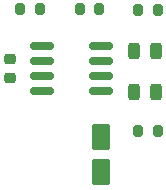
<source format=gbr>
%TF.GenerationSoftware,KiCad,Pcbnew,9.0.2*%
%TF.CreationDate,2025-10-01T12:11:13+03:00*%
%TF.ProjectId,555_flip_flop,3535355f-666c-4697-905f-666c6f702e6b,rev?*%
%TF.SameCoordinates,Original*%
%TF.FileFunction,Paste,Top*%
%TF.FilePolarity,Positive*%
%FSLAX46Y46*%
G04 Gerber Fmt 4.6, Leading zero omitted, Abs format (unit mm)*
G04 Created by KiCad (PCBNEW 9.0.2) date 2025-10-01 12:11:13*
%MOMM*%
%LPD*%
G01*
G04 APERTURE LIST*
G04 Aperture macros list*
%AMRoundRect*
0 Rectangle with rounded corners*
0 $1 Rounding radius*
0 $2 $3 $4 $5 $6 $7 $8 $9 X,Y pos of 4 corners*
0 Add a 4 corners polygon primitive as box body*
4,1,4,$2,$3,$4,$5,$6,$7,$8,$9,$2,$3,0*
0 Add four circle primitives for the rounded corners*
1,1,$1+$1,$2,$3*
1,1,$1+$1,$4,$5*
1,1,$1+$1,$6,$7*
1,1,$1+$1,$8,$9*
0 Add four rect primitives between the rounded corners*
20,1,$1+$1,$2,$3,$4,$5,0*
20,1,$1+$1,$4,$5,$6,$7,0*
20,1,$1+$1,$6,$7,$8,$9,0*
20,1,$1+$1,$8,$9,$2,$3,0*%
G04 Aperture macros list end*
%ADD10RoundRect,0.150000X-0.825000X-0.150000X0.825000X-0.150000X0.825000X0.150000X-0.825000X0.150000X0*%
%ADD11RoundRect,0.243750X-0.243750X-0.456250X0.243750X-0.456250X0.243750X0.456250X-0.243750X0.456250X0*%
%ADD12RoundRect,0.200000X-0.200000X-0.275000X0.200000X-0.275000X0.200000X0.275000X-0.200000X0.275000X0*%
%ADD13RoundRect,0.225000X0.250000X-0.225000X0.250000X0.225000X-0.250000X0.225000X-0.250000X-0.225000X0*%
%ADD14RoundRect,0.250000X-0.550000X0.850000X-0.550000X-0.850000X0.550000X-0.850000X0.550000X0.850000X0*%
G04 APERTURE END LIST*
D10*
%TO.C,U1*%
X49475000Y-26345000D03*
X49475000Y-27615000D03*
X49475000Y-28885000D03*
X49475000Y-30155000D03*
X44525000Y-30155000D03*
X44525000Y-28885000D03*
X44525000Y-27615000D03*
X44525000Y-26345000D03*
%TD*%
D11*
%TO.C,D2*%
X52312500Y-30250000D03*
X54187500Y-30250000D03*
%TD*%
D12*
%TO.C,R1*%
X54275000Y-23290000D03*
X52625000Y-23290000D03*
%TD*%
%TO.C,R2*%
X52625000Y-33500000D03*
X54275000Y-33500000D03*
%TD*%
D11*
%TO.C,D1*%
X52312500Y-26750000D03*
X54187500Y-26750000D03*
%TD*%
D12*
%TO.C,R4*%
X47675000Y-23250000D03*
X49325000Y-23250000D03*
%TD*%
%TO.C,R3*%
X42675000Y-23250000D03*
X44325000Y-23250000D03*
%TD*%
D13*
%TO.C,C2*%
X41750000Y-29025000D03*
X41750000Y-27475000D03*
%TD*%
D14*
%TO.C,C1*%
X49500000Y-34050000D03*
X49500000Y-37050000D03*
%TD*%
M02*

</source>
